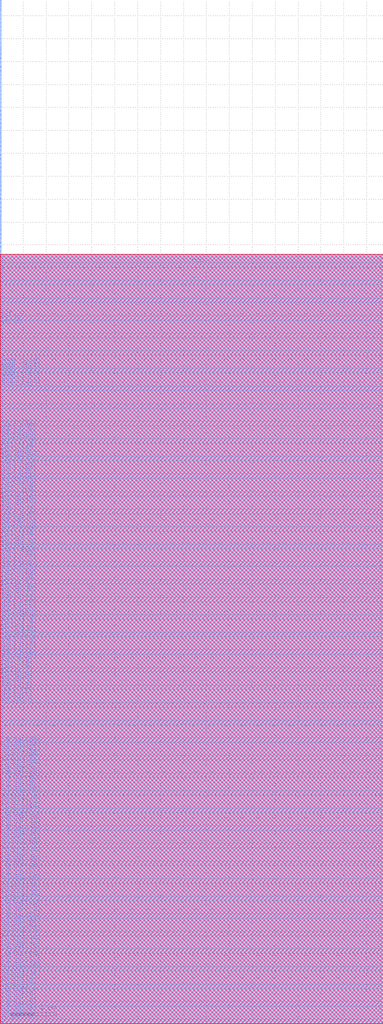
<source format=lef>
VERSION 5.7 ;
BUSBITCHARS "[]" ;
MACRO sram_asap7_64x64_1rw
  FOREIGN sram_asap7_64x64_1rw 0 0 ;
  SYMMETRY X Y R90 ;
  SIZE 8.360 BY 16.800 ;
  CLASS BLOCK ;
  PIN rd_out[0]
    DIRECTION OUTPUT ;
    USE SIGNAL ;
    SHAPE ABUTMENT ;
    PORT
      LAYER M4 ;
      RECT 0.000 0.048 0.024 0.072 ;
    END
  END rd_out[0]
  PIN rd_out[1]
    DIRECTION OUTPUT ;
    USE SIGNAL ;
    SHAPE ABUTMENT ;
    PORT
      LAYER M4 ;
      RECT 0.000 0.144 0.024 0.168 ;
    END
  END rd_out[1]
  PIN rd_out[2]
    DIRECTION OUTPUT ;
    USE SIGNAL ;
    SHAPE ABUTMENT ;
    PORT
      LAYER M4 ;
      RECT 0.000 0.240 0.024 0.264 ;
    END
  END rd_out[2]
  PIN rd_out[3]
    DIRECTION OUTPUT ;
    USE SIGNAL ;
    SHAPE ABUTMENT ;
    PORT
      LAYER M4 ;
      RECT 0.000 0.336 0.024 0.360 ;
    END
  END rd_out[3]
  PIN rd_out[4]
    DIRECTION OUTPUT ;
    USE SIGNAL ;
    SHAPE ABUTMENT ;
    PORT
      LAYER M4 ;
      RECT 0.000 0.432 0.024 0.456 ;
    END
  END rd_out[4]
  PIN rd_out[5]
    DIRECTION OUTPUT ;
    USE SIGNAL ;
    SHAPE ABUTMENT ;
    PORT
      LAYER M4 ;
      RECT 0.000 0.528 0.024 0.552 ;
    END
  END rd_out[5]
  PIN rd_out[6]
    DIRECTION OUTPUT ;
    USE SIGNAL ;
    SHAPE ABUTMENT ;
    PORT
      LAYER M4 ;
      RECT 0.000 0.624 0.024 0.648 ;
    END
  END rd_out[6]
  PIN rd_out[7]
    DIRECTION OUTPUT ;
    USE SIGNAL ;
    SHAPE ABUTMENT ;
    PORT
      LAYER M4 ;
      RECT 0.000 0.720 0.024 0.744 ;
    END
  END rd_out[7]
  PIN rd_out[8]
    DIRECTION OUTPUT ;
    USE SIGNAL ;
    SHAPE ABUTMENT ;
    PORT
      LAYER M4 ;
      RECT 0.000 0.816 0.024 0.840 ;
    END
  END rd_out[8]
  PIN rd_out[9]
    DIRECTION OUTPUT ;
    USE SIGNAL ;
    SHAPE ABUTMENT ;
    PORT
      LAYER M4 ;
      RECT 0.000 0.912 0.024 0.936 ;
    END
  END rd_out[9]
  PIN rd_out[10]
    DIRECTION OUTPUT ;
    USE SIGNAL ;
    SHAPE ABUTMENT ;
    PORT
      LAYER M4 ;
      RECT 0.000 1.008 0.024 1.032 ;
    END
  END rd_out[10]
  PIN rd_out[11]
    DIRECTION OUTPUT ;
    USE SIGNAL ;
    SHAPE ABUTMENT ;
    PORT
      LAYER M4 ;
      RECT 0.000 1.104 0.024 1.128 ;
    END
  END rd_out[11]
  PIN rd_out[12]
    DIRECTION OUTPUT ;
    USE SIGNAL ;
    SHAPE ABUTMENT ;
    PORT
      LAYER M4 ;
      RECT 0.000 1.200 0.024 1.224 ;
    END
  END rd_out[12]
  PIN rd_out[13]
    DIRECTION OUTPUT ;
    USE SIGNAL ;
    SHAPE ABUTMENT ;
    PORT
      LAYER M4 ;
      RECT 0.000 1.296 0.024 1.320 ;
    END
  END rd_out[13]
  PIN rd_out[14]
    DIRECTION OUTPUT ;
    USE SIGNAL ;
    SHAPE ABUTMENT ;
    PORT
      LAYER M4 ;
      RECT 0.000 1.392 0.024 1.416 ;
    END
  END rd_out[14]
  PIN rd_out[15]
    DIRECTION OUTPUT ;
    USE SIGNAL ;
    SHAPE ABUTMENT ;
    PORT
      LAYER M4 ;
      RECT 0.000 1.488 0.024 1.512 ;
    END
  END rd_out[15]
  PIN rd_out[16]
    DIRECTION OUTPUT ;
    USE SIGNAL ;
    SHAPE ABUTMENT ;
    PORT
      LAYER M4 ;
      RECT 0.000 1.584 0.024 1.608 ;
    END
  END rd_out[16]
  PIN rd_out[17]
    DIRECTION OUTPUT ;
    USE SIGNAL ;
    SHAPE ABUTMENT ;
    PORT
      LAYER M4 ;
      RECT 0.000 1.680 0.024 1.704 ;
    END
  END rd_out[17]
  PIN rd_out[18]
    DIRECTION OUTPUT ;
    USE SIGNAL ;
    SHAPE ABUTMENT ;
    PORT
      LAYER M4 ;
      RECT 0.000 1.776 0.024 1.800 ;
    END
  END rd_out[18]
  PIN rd_out[19]
    DIRECTION OUTPUT ;
    USE SIGNAL ;
    SHAPE ABUTMENT ;
    PORT
      LAYER M4 ;
      RECT 0.000 1.872 0.024 1.896 ;
    END
  END rd_out[19]
  PIN rd_out[20]
    DIRECTION OUTPUT ;
    USE SIGNAL ;
    SHAPE ABUTMENT ;
    PORT
      LAYER M4 ;
      RECT 0.000 1.968 0.024 1.992 ;
    END
  END rd_out[20]
  PIN rd_out[21]
    DIRECTION OUTPUT ;
    USE SIGNAL ;
    SHAPE ABUTMENT ;
    PORT
      LAYER M4 ;
      RECT 0.000 2.064 0.024 2.088 ;
    END
  END rd_out[21]
  PIN rd_out[22]
    DIRECTION OUTPUT ;
    USE SIGNAL ;
    SHAPE ABUTMENT ;
    PORT
      LAYER M4 ;
      RECT 0.000 2.160 0.024 2.184 ;
    END
  END rd_out[22]
  PIN rd_out[23]
    DIRECTION OUTPUT ;
    USE SIGNAL ;
    SHAPE ABUTMENT ;
    PORT
      LAYER M4 ;
      RECT 0.000 2.256 0.024 2.280 ;
    END
  END rd_out[23]
  PIN rd_out[24]
    DIRECTION OUTPUT ;
    USE SIGNAL ;
    SHAPE ABUTMENT ;
    PORT
      LAYER M4 ;
      RECT 0.000 2.352 0.024 2.376 ;
    END
  END rd_out[24]
  PIN rd_out[25]
    DIRECTION OUTPUT ;
    USE SIGNAL ;
    SHAPE ABUTMENT ;
    PORT
      LAYER M4 ;
      RECT 0.000 2.448 0.024 2.472 ;
    END
  END rd_out[25]
  PIN rd_out[26]
    DIRECTION OUTPUT ;
    USE SIGNAL ;
    SHAPE ABUTMENT ;
    PORT
      LAYER M4 ;
      RECT 0.000 2.544 0.024 2.568 ;
    END
  END rd_out[26]
  PIN rd_out[27]
    DIRECTION OUTPUT ;
    USE SIGNAL ;
    SHAPE ABUTMENT ;
    PORT
      LAYER M4 ;
      RECT 0.000 2.640 0.024 2.664 ;
    END
  END rd_out[27]
  PIN rd_out[28]
    DIRECTION OUTPUT ;
    USE SIGNAL ;
    SHAPE ABUTMENT ;
    PORT
      LAYER M4 ;
      RECT 0.000 2.736 0.024 2.760 ;
    END
  END rd_out[28]
  PIN rd_out[29]
    DIRECTION OUTPUT ;
    USE SIGNAL ;
    SHAPE ABUTMENT ;
    PORT
      LAYER M4 ;
      RECT 0.000 2.832 0.024 2.856 ;
    END
  END rd_out[29]
  PIN rd_out[30]
    DIRECTION OUTPUT ;
    USE SIGNAL ;
    SHAPE ABUTMENT ;
    PORT
      LAYER M4 ;
      RECT 0.000 2.928 0.024 2.952 ;
    END
  END rd_out[30]
  PIN rd_out[31]
    DIRECTION OUTPUT ;
    USE SIGNAL ;
    SHAPE ABUTMENT ;
    PORT
      LAYER M4 ;
      RECT 0.000 3.024 0.024 3.048 ;
    END
  END rd_out[31]
  PIN rd_out[32]
    DIRECTION OUTPUT ;
    USE SIGNAL ;
    SHAPE ABUTMENT ;
    PORT
      LAYER M4 ;
      RECT 0.000 3.120 0.024 3.144 ;
    END
  END rd_out[32]
  PIN rd_out[33]
    DIRECTION OUTPUT ;
    USE SIGNAL ;
    SHAPE ABUTMENT ;
    PORT
      LAYER M4 ;
      RECT 0.000 3.216 0.024 3.240 ;
    END
  END rd_out[33]
  PIN rd_out[34]
    DIRECTION OUTPUT ;
    USE SIGNAL ;
    SHAPE ABUTMENT ;
    PORT
      LAYER M4 ;
      RECT 0.000 3.312 0.024 3.336 ;
    END
  END rd_out[34]
  PIN rd_out[35]
    DIRECTION OUTPUT ;
    USE SIGNAL ;
    SHAPE ABUTMENT ;
    PORT
      LAYER M4 ;
      RECT 0.000 3.408 0.024 3.432 ;
    END
  END rd_out[35]
  PIN rd_out[36]
    DIRECTION OUTPUT ;
    USE SIGNAL ;
    SHAPE ABUTMENT ;
    PORT
      LAYER M4 ;
      RECT 0.000 3.504 0.024 3.528 ;
    END
  END rd_out[36]
  PIN rd_out[37]
    DIRECTION OUTPUT ;
    USE SIGNAL ;
    SHAPE ABUTMENT ;
    PORT
      LAYER M4 ;
      RECT 0.000 3.600 0.024 3.624 ;
    END
  END rd_out[37]
  PIN rd_out[38]
    DIRECTION OUTPUT ;
    USE SIGNAL ;
    SHAPE ABUTMENT ;
    PORT
      LAYER M4 ;
      RECT 0.000 3.696 0.024 3.720 ;
    END
  END rd_out[38]
  PIN rd_out[39]
    DIRECTION OUTPUT ;
    USE SIGNAL ;
    SHAPE ABUTMENT ;
    PORT
      LAYER M4 ;
      RECT 0.000 3.792 0.024 3.816 ;
    END
  END rd_out[39]
  PIN rd_out[40]
    DIRECTION OUTPUT ;
    USE SIGNAL ;
    SHAPE ABUTMENT ;
    PORT
      LAYER M4 ;
      RECT 0.000 3.888 0.024 3.912 ;
    END
  END rd_out[40]
  PIN rd_out[41]
    DIRECTION OUTPUT ;
    USE SIGNAL ;
    SHAPE ABUTMENT ;
    PORT
      LAYER M4 ;
      RECT 0.000 3.984 0.024 4.008 ;
    END
  END rd_out[41]
  PIN rd_out[42]
    DIRECTION OUTPUT ;
    USE SIGNAL ;
    SHAPE ABUTMENT ;
    PORT
      LAYER M4 ;
      RECT 0.000 4.080 0.024 4.104 ;
    END
  END rd_out[42]
  PIN rd_out[43]
    DIRECTION OUTPUT ;
    USE SIGNAL ;
    SHAPE ABUTMENT ;
    PORT
      LAYER M4 ;
      RECT 0.000 4.176 0.024 4.200 ;
    END
  END rd_out[43]
  PIN rd_out[44]
    DIRECTION OUTPUT ;
    USE SIGNAL ;
    SHAPE ABUTMENT ;
    PORT
      LAYER M4 ;
      RECT 0.000 4.272 0.024 4.296 ;
    END
  END rd_out[44]
  PIN rd_out[45]
    DIRECTION OUTPUT ;
    USE SIGNAL ;
    SHAPE ABUTMENT ;
    PORT
      LAYER M4 ;
      RECT 0.000 4.368 0.024 4.392 ;
    END
  END rd_out[45]
  PIN rd_out[46]
    DIRECTION OUTPUT ;
    USE SIGNAL ;
    SHAPE ABUTMENT ;
    PORT
      LAYER M4 ;
      RECT 0.000 4.464 0.024 4.488 ;
    END
  END rd_out[46]
  PIN rd_out[47]
    DIRECTION OUTPUT ;
    USE SIGNAL ;
    SHAPE ABUTMENT ;
    PORT
      LAYER M4 ;
      RECT 0.000 4.560 0.024 4.584 ;
    END
  END rd_out[47]
  PIN rd_out[48]
    DIRECTION OUTPUT ;
    USE SIGNAL ;
    SHAPE ABUTMENT ;
    PORT
      LAYER M4 ;
      RECT 0.000 4.656 0.024 4.680 ;
    END
  END rd_out[48]
  PIN rd_out[49]
    DIRECTION OUTPUT ;
    USE SIGNAL ;
    SHAPE ABUTMENT ;
    PORT
      LAYER M4 ;
      RECT 0.000 4.752 0.024 4.776 ;
    END
  END rd_out[49]
  PIN rd_out[50]
    DIRECTION OUTPUT ;
    USE SIGNAL ;
    SHAPE ABUTMENT ;
    PORT
      LAYER M4 ;
      RECT 0.000 4.848 0.024 4.872 ;
    END
  END rd_out[50]
  PIN rd_out[51]
    DIRECTION OUTPUT ;
    USE SIGNAL ;
    SHAPE ABUTMENT ;
    PORT
      LAYER M4 ;
      RECT 0.000 4.944 0.024 4.968 ;
    END
  END rd_out[51]
  PIN rd_out[52]
    DIRECTION OUTPUT ;
    USE SIGNAL ;
    SHAPE ABUTMENT ;
    PORT
      LAYER M4 ;
      RECT 0.000 5.040 0.024 5.064 ;
    END
  END rd_out[52]
  PIN rd_out[53]
    DIRECTION OUTPUT ;
    USE SIGNAL ;
    SHAPE ABUTMENT ;
    PORT
      LAYER M4 ;
      RECT 0.000 5.136 0.024 5.160 ;
    END
  END rd_out[53]
  PIN rd_out[54]
    DIRECTION OUTPUT ;
    USE SIGNAL ;
    SHAPE ABUTMENT ;
    PORT
      LAYER M4 ;
      RECT 0.000 5.232 0.024 5.256 ;
    END
  END rd_out[54]
  PIN rd_out[55]
    DIRECTION OUTPUT ;
    USE SIGNAL ;
    SHAPE ABUTMENT ;
    PORT
      LAYER M4 ;
      RECT 0.000 5.328 0.024 5.352 ;
    END
  END rd_out[55]
  PIN rd_out[56]
    DIRECTION OUTPUT ;
    USE SIGNAL ;
    SHAPE ABUTMENT ;
    PORT
      LAYER M4 ;
      RECT 0.000 5.424 0.024 5.448 ;
    END
  END rd_out[56]
  PIN rd_out[57]
    DIRECTION OUTPUT ;
    USE SIGNAL ;
    SHAPE ABUTMENT ;
    PORT
      LAYER M4 ;
      RECT 0.000 5.520 0.024 5.544 ;
    END
  END rd_out[57]
  PIN rd_out[58]
    DIRECTION OUTPUT ;
    USE SIGNAL ;
    SHAPE ABUTMENT ;
    PORT
      LAYER M4 ;
      RECT 0.000 5.616 0.024 5.640 ;
    END
  END rd_out[58]
  PIN rd_out[59]
    DIRECTION OUTPUT ;
    USE SIGNAL ;
    SHAPE ABUTMENT ;
    PORT
      LAYER M4 ;
      RECT 0.000 5.712 0.024 5.736 ;
    END
  END rd_out[59]
  PIN rd_out[60]
    DIRECTION OUTPUT ;
    USE SIGNAL ;
    SHAPE ABUTMENT ;
    PORT
      LAYER M4 ;
      RECT 0.000 5.808 0.024 5.832 ;
    END
  END rd_out[60]
  PIN rd_out[61]
    DIRECTION OUTPUT ;
    USE SIGNAL ;
    SHAPE ABUTMENT ;
    PORT
      LAYER M4 ;
      RECT 0.000 5.904 0.024 5.928 ;
    END
  END rd_out[61]
  PIN rd_out[62]
    DIRECTION OUTPUT ;
    USE SIGNAL ;
    SHAPE ABUTMENT ;
    PORT
      LAYER M4 ;
      RECT 0.000 6.000 0.024 6.024 ;
    END
  END rd_out[62]
  PIN rd_out[63]
    DIRECTION OUTPUT ;
    USE SIGNAL ;
    SHAPE ABUTMENT ;
    PORT
      LAYER M4 ;
      RECT 0.000 6.096 0.024 6.120 ;
    END
  END rd_out[63]
  PIN wd_in[0]
    DIRECTION INPUT ;
    USE SIGNAL ;
    SHAPE ABUTMENT ;
    PORT
      LAYER M4 ;
      RECT 0.000 6.960 0.024 6.984 ;
    END
  END wd_in[0]
  PIN wd_in[1]
    DIRECTION INPUT ;
    USE SIGNAL ;
    SHAPE ABUTMENT ;
    PORT
      LAYER M4 ;
      RECT 0.000 7.056 0.024 7.080 ;
    END
  END wd_in[1]
  PIN wd_in[2]
    DIRECTION INPUT ;
    USE SIGNAL ;
    SHAPE ABUTMENT ;
    PORT
      LAYER M4 ;
      RECT 0.000 7.152 0.024 7.176 ;
    END
  END wd_in[2]
  PIN wd_in[3]
    DIRECTION INPUT ;
    USE SIGNAL ;
    SHAPE ABUTMENT ;
    PORT
      LAYER M4 ;
      RECT 0.000 7.248 0.024 7.272 ;
    END
  END wd_in[3]
  PIN wd_in[4]
    DIRECTION INPUT ;
    USE SIGNAL ;
    SHAPE ABUTMENT ;
    PORT
      LAYER M4 ;
      RECT 0.000 7.344 0.024 7.368 ;
    END
  END wd_in[4]
  PIN wd_in[5]
    DIRECTION INPUT ;
    USE SIGNAL ;
    SHAPE ABUTMENT ;
    PORT
      LAYER M4 ;
      RECT 0.000 7.440 0.024 7.464 ;
    END
  END wd_in[5]
  PIN wd_in[6]
    DIRECTION INPUT ;
    USE SIGNAL ;
    SHAPE ABUTMENT ;
    PORT
      LAYER M4 ;
      RECT 0.000 7.536 0.024 7.560 ;
    END
  END wd_in[6]
  PIN wd_in[7]
    DIRECTION INPUT ;
    USE SIGNAL ;
    SHAPE ABUTMENT ;
    PORT
      LAYER M4 ;
      RECT 0.000 7.632 0.024 7.656 ;
    END
  END wd_in[7]
  PIN wd_in[8]
    DIRECTION INPUT ;
    USE SIGNAL ;
    SHAPE ABUTMENT ;
    PORT
      LAYER M4 ;
      RECT 0.000 7.728 0.024 7.752 ;
    END
  END wd_in[8]
  PIN wd_in[9]
    DIRECTION INPUT ;
    USE SIGNAL ;
    SHAPE ABUTMENT ;
    PORT
      LAYER M4 ;
      RECT 0.000 7.824 0.024 7.848 ;
    END
  END wd_in[9]
  PIN wd_in[10]
    DIRECTION INPUT ;
    USE SIGNAL ;
    SHAPE ABUTMENT ;
    PORT
      LAYER M4 ;
      RECT 0.000 7.920 0.024 7.944 ;
    END
  END wd_in[10]
  PIN wd_in[11]
    DIRECTION INPUT ;
    USE SIGNAL ;
    SHAPE ABUTMENT ;
    PORT
      LAYER M4 ;
      RECT 0.000 8.016 0.024 8.040 ;
    END
  END wd_in[11]
  PIN wd_in[12]
    DIRECTION INPUT ;
    USE SIGNAL ;
    SHAPE ABUTMENT ;
    PORT
      LAYER M4 ;
      RECT 0.000 8.112 0.024 8.136 ;
    END
  END wd_in[12]
  PIN wd_in[13]
    DIRECTION INPUT ;
    USE SIGNAL ;
    SHAPE ABUTMENT ;
    PORT
      LAYER M4 ;
      RECT 0.000 8.208 0.024 8.232 ;
    END
  END wd_in[13]
  PIN wd_in[14]
    DIRECTION INPUT ;
    USE SIGNAL ;
    SHAPE ABUTMENT ;
    PORT
      LAYER M4 ;
      RECT 0.000 8.304 0.024 8.328 ;
    END
  END wd_in[14]
  PIN wd_in[15]
    DIRECTION INPUT ;
    USE SIGNAL ;
    SHAPE ABUTMENT ;
    PORT
      LAYER M4 ;
      RECT 0.000 8.400 0.024 8.424 ;
    END
  END wd_in[15]
  PIN wd_in[16]
    DIRECTION INPUT ;
    USE SIGNAL ;
    SHAPE ABUTMENT ;
    PORT
      LAYER M4 ;
      RECT 0.000 8.496 0.024 8.520 ;
    END
  END wd_in[16]
  PIN wd_in[17]
    DIRECTION INPUT ;
    USE SIGNAL ;
    SHAPE ABUTMENT ;
    PORT
      LAYER M4 ;
      RECT 0.000 8.592 0.024 8.616 ;
    END
  END wd_in[17]
  PIN wd_in[18]
    DIRECTION INPUT ;
    USE SIGNAL ;
    SHAPE ABUTMENT ;
    PORT
      LAYER M4 ;
      RECT 0.000 8.688 0.024 8.712 ;
    END
  END wd_in[18]
  PIN wd_in[19]
    DIRECTION INPUT ;
    USE SIGNAL ;
    SHAPE ABUTMENT ;
    PORT
      LAYER M4 ;
      RECT 0.000 8.784 0.024 8.808 ;
    END
  END wd_in[19]
  PIN wd_in[20]
    DIRECTION INPUT ;
    USE SIGNAL ;
    SHAPE ABUTMENT ;
    PORT
      LAYER M4 ;
      RECT 0.000 8.880 0.024 8.904 ;
    END
  END wd_in[20]
  PIN wd_in[21]
    DIRECTION INPUT ;
    USE SIGNAL ;
    SHAPE ABUTMENT ;
    PORT
      LAYER M4 ;
      RECT 0.000 8.976 0.024 9.000 ;
    END
  END wd_in[21]
  PIN wd_in[22]
    DIRECTION INPUT ;
    USE SIGNAL ;
    SHAPE ABUTMENT ;
    PORT
      LAYER M4 ;
      RECT 0.000 9.072 0.024 9.096 ;
    END
  END wd_in[22]
  PIN wd_in[23]
    DIRECTION INPUT ;
    USE SIGNAL ;
    SHAPE ABUTMENT ;
    PORT
      LAYER M4 ;
      RECT 0.000 9.168 0.024 9.192 ;
    END
  END wd_in[23]
  PIN wd_in[24]
    DIRECTION INPUT ;
    USE SIGNAL ;
    SHAPE ABUTMENT ;
    PORT
      LAYER M4 ;
      RECT 0.000 9.264 0.024 9.288 ;
    END
  END wd_in[24]
  PIN wd_in[25]
    DIRECTION INPUT ;
    USE SIGNAL ;
    SHAPE ABUTMENT ;
    PORT
      LAYER M4 ;
      RECT 0.000 9.360 0.024 9.384 ;
    END
  END wd_in[25]
  PIN wd_in[26]
    DIRECTION INPUT ;
    USE SIGNAL ;
    SHAPE ABUTMENT ;
    PORT
      LAYER M4 ;
      RECT 0.000 9.456 0.024 9.480 ;
    END
  END wd_in[26]
  PIN wd_in[27]
    DIRECTION INPUT ;
    USE SIGNAL ;
    SHAPE ABUTMENT ;
    PORT
      LAYER M4 ;
      RECT 0.000 9.552 0.024 9.576 ;
    END
  END wd_in[27]
  PIN wd_in[28]
    DIRECTION INPUT ;
    USE SIGNAL ;
    SHAPE ABUTMENT ;
    PORT
      LAYER M4 ;
      RECT 0.000 9.648 0.024 9.672 ;
    END
  END wd_in[28]
  PIN wd_in[29]
    DIRECTION INPUT ;
    USE SIGNAL ;
    SHAPE ABUTMENT ;
    PORT
      LAYER M4 ;
      RECT 0.000 9.744 0.024 9.768 ;
    END
  END wd_in[29]
  PIN wd_in[30]
    DIRECTION INPUT ;
    USE SIGNAL ;
    SHAPE ABUTMENT ;
    PORT
      LAYER M4 ;
      RECT 0.000 9.840 0.024 9.864 ;
    END
  END wd_in[30]
  PIN wd_in[31]
    DIRECTION INPUT ;
    USE SIGNAL ;
    SHAPE ABUTMENT ;
    PORT
      LAYER M4 ;
      RECT 0.000 9.936 0.024 9.960 ;
    END
  END wd_in[31]
  PIN wd_in[32]
    DIRECTION INPUT ;
    USE SIGNAL ;
    SHAPE ABUTMENT ;
    PORT
      LAYER M4 ;
      RECT 0.000 10.032 0.024 10.056 ;
    END
  END wd_in[32]
  PIN wd_in[33]
    DIRECTION INPUT ;
    USE SIGNAL ;
    SHAPE ABUTMENT ;
    PORT
      LAYER M4 ;
      RECT 0.000 10.128 0.024 10.152 ;
    END
  END wd_in[33]
  PIN wd_in[34]
    DIRECTION INPUT ;
    USE SIGNAL ;
    SHAPE ABUTMENT ;
    PORT
      LAYER M4 ;
      RECT 0.000 10.224 0.024 10.248 ;
    END
  END wd_in[34]
  PIN wd_in[35]
    DIRECTION INPUT ;
    USE SIGNAL ;
    SHAPE ABUTMENT ;
    PORT
      LAYER M4 ;
      RECT 0.000 10.320 0.024 10.344 ;
    END
  END wd_in[35]
  PIN wd_in[36]
    DIRECTION INPUT ;
    USE SIGNAL ;
    SHAPE ABUTMENT ;
    PORT
      LAYER M4 ;
      RECT 0.000 10.416 0.024 10.440 ;
    END
  END wd_in[36]
  PIN wd_in[37]
    DIRECTION INPUT ;
    USE SIGNAL ;
    SHAPE ABUTMENT ;
    PORT
      LAYER M4 ;
      RECT 0.000 10.512 0.024 10.536 ;
    END
  END wd_in[37]
  PIN wd_in[38]
    DIRECTION INPUT ;
    USE SIGNAL ;
    SHAPE ABUTMENT ;
    PORT
      LAYER M4 ;
      RECT 0.000 10.608 0.024 10.632 ;
    END
  END wd_in[38]
  PIN wd_in[39]
    DIRECTION INPUT ;
    USE SIGNAL ;
    SHAPE ABUTMENT ;
    PORT
      LAYER M4 ;
      RECT 0.000 10.704 0.024 10.728 ;
    END
  END wd_in[39]
  PIN wd_in[40]
    DIRECTION INPUT ;
    USE SIGNAL ;
    SHAPE ABUTMENT ;
    PORT
      LAYER M4 ;
      RECT 0.000 10.800 0.024 10.824 ;
    END
  END wd_in[40]
  PIN wd_in[41]
    DIRECTION INPUT ;
    USE SIGNAL ;
    SHAPE ABUTMENT ;
    PORT
      LAYER M4 ;
      RECT 0.000 10.896 0.024 10.920 ;
    END
  END wd_in[41]
  PIN wd_in[42]
    DIRECTION INPUT ;
    USE SIGNAL ;
    SHAPE ABUTMENT ;
    PORT
      LAYER M4 ;
      RECT 0.000 10.992 0.024 11.016 ;
    END
  END wd_in[42]
  PIN wd_in[43]
    DIRECTION INPUT ;
    USE SIGNAL ;
    SHAPE ABUTMENT ;
    PORT
      LAYER M4 ;
      RECT 0.000 11.088 0.024 11.112 ;
    END
  END wd_in[43]
  PIN wd_in[44]
    DIRECTION INPUT ;
    USE SIGNAL ;
    SHAPE ABUTMENT ;
    PORT
      LAYER M4 ;
      RECT 0.000 11.184 0.024 11.208 ;
    END
  END wd_in[44]
  PIN wd_in[45]
    DIRECTION INPUT ;
    USE SIGNAL ;
    SHAPE ABUTMENT ;
    PORT
      LAYER M4 ;
      RECT 0.000 11.280 0.024 11.304 ;
    END
  END wd_in[45]
  PIN wd_in[46]
    DIRECTION INPUT ;
    USE SIGNAL ;
    SHAPE ABUTMENT ;
    PORT
      LAYER M4 ;
      RECT 0.000 11.376 0.024 11.400 ;
    END
  END wd_in[46]
  PIN wd_in[47]
    DIRECTION INPUT ;
    USE SIGNAL ;
    SHAPE ABUTMENT ;
    PORT
      LAYER M4 ;
      RECT 0.000 11.472 0.024 11.496 ;
    END
  END wd_in[47]
  PIN wd_in[48]
    DIRECTION INPUT ;
    USE SIGNAL ;
    SHAPE ABUTMENT ;
    PORT
      LAYER M4 ;
      RECT 0.000 11.568 0.024 11.592 ;
    END
  END wd_in[48]
  PIN wd_in[49]
    DIRECTION INPUT ;
    USE SIGNAL ;
    SHAPE ABUTMENT ;
    PORT
      LAYER M4 ;
      RECT 0.000 11.664 0.024 11.688 ;
    END
  END wd_in[49]
  PIN wd_in[50]
    DIRECTION INPUT ;
    USE SIGNAL ;
    SHAPE ABUTMENT ;
    PORT
      LAYER M4 ;
      RECT 0.000 11.760 0.024 11.784 ;
    END
  END wd_in[50]
  PIN wd_in[51]
    DIRECTION INPUT ;
    USE SIGNAL ;
    SHAPE ABUTMENT ;
    PORT
      LAYER M4 ;
      RECT 0.000 11.856 0.024 11.880 ;
    END
  END wd_in[51]
  PIN wd_in[52]
    DIRECTION INPUT ;
    USE SIGNAL ;
    SHAPE ABUTMENT ;
    PORT
      LAYER M4 ;
      RECT 0.000 11.952 0.024 11.976 ;
    END
  END wd_in[52]
  PIN wd_in[53]
    DIRECTION INPUT ;
    USE SIGNAL ;
    SHAPE ABUTMENT ;
    PORT
      LAYER M4 ;
      RECT 0.000 12.048 0.024 12.072 ;
    END
  END wd_in[53]
  PIN wd_in[54]
    DIRECTION INPUT ;
    USE SIGNAL ;
    SHAPE ABUTMENT ;
    PORT
      LAYER M4 ;
      RECT 0.000 12.144 0.024 12.168 ;
    END
  END wd_in[54]
  PIN wd_in[55]
    DIRECTION INPUT ;
    USE SIGNAL ;
    SHAPE ABUTMENT ;
    PORT
      LAYER M4 ;
      RECT 0.000 12.240 0.024 12.264 ;
    END
  END wd_in[55]
  PIN wd_in[56]
    DIRECTION INPUT ;
    USE SIGNAL ;
    SHAPE ABUTMENT ;
    PORT
      LAYER M4 ;
      RECT 0.000 12.336 0.024 12.360 ;
    END
  END wd_in[56]
  PIN wd_in[57]
    DIRECTION INPUT ;
    USE SIGNAL ;
    SHAPE ABUTMENT ;
    PORT
      LAYER M4 ;
      RECT 0.000 12.432 0.024 12.456 ;
    END
  END wd_in[57]
  PIN wd_in[58]
    DIRECTION INPUT ;
    USE SIGNAL ;
    SHAPE ABUTMENT ;
    PORT
      LAYER M4 ;
      RECT 0.000 12.528 0.024 12.552 ;
    END
  END wd_in[58]
  PIN wd_in[59]
    DIRECTION INPUT ;
    USE SIGNAL ;
    SHAPE ABUTMENT ;
    PORT
      LAYER M4 ;
      RECT 0.000 12.624 0.024 12.648 ;
    END
  END wd_in[59]
  PIN wd_in[60]
    DIRECTION INPUT ;
    USE SIGNAL ;
    SHAPE ABUTMENT ;
    PORT
      LAYER M4 ;
      RECT 0.000 12.720 0.024 12.744 ;
    END
  END wd_in[60]
  PIN wd_in[61]
    DIRECTION INPUT ;
    USE SIGNAL ;
    SHAPE ABUTMENT ;
    PORT
      LAYER M4 ;
      RECT 0.000 12.816 0.024 12.840 ;
    END
  END wd_in[61]
  PIN wd_in[62]
    DIRECTION INPUT ;
    USE SIGNAL ;
    SHAPE ABUTMENT ;
    PORT
      LAYER M4 ;
      RECT 0.000 12.912 0.024 12.936 ;
    END
  END wd_in[62]
  PIN wd_in[63]
    DIRECTION INPUT ;
    USE SIGNAL ;
    SHAPE ABUTMENT ;
    PORT
      LAYER M4 ;
      RECT 0.000 13.008 0.024 13.032 ;
    END
  END wd_in[63]
  PIN addr_in[0]
    DIRECTION INPUT ;
    USE SIGNAL ;
    SHAPE ABUTMENT ;
    PORT
      LAYER M4 ;
      RECT 0.000 13.872 0.024 13.896 ;
    END
  END addr_in[0]
  PIN addr_in[1]
    DIRECTION INPUT ;
    USE SIGNAL ;
    SHAPE ABUTMENT ;
    PORT
      LAYER M4 ;
      RECT 0.000 13.968 0.024 13.992 ;
    END
  END addr_in[1]
  PIN addr_in[2]
    DIRECTION INPUT ;
    USE SIGNAL ;
    SHAPE ABUTMENT ;
    PORT
      LAYER M4 ;
      RECT 0.000 14.064 0.024 14.088 ;
    END
  END addr_in[2]
  PIN addr_in[3]
    DIRECTION INPUT ;
    USE SIGNAL ;
    SHAPE ABUTMENT ;
    PORT
      LAYER M4 ;
      RECT 0.000 14.160 0.024 14.184 ;
    END
  END addr_in[3]
  PIN addr_in[4]
    DIRECTION INPUT ;
    USE SIGNAL ;
    SHAPE ABUTMENT ;
    PORT
      LAYER M4 ;
      RECT 0.000 14.256 0.024 14.280 ;
    END
  END addr_in[4]
  PIN addr_in[5]
    DIRECTION INPUT ;
    USE SIGNAL ;
    SHAPE ABUTMENT ;
    PORT
      LAYER M4 ;
      RECT 0.000 14.352 0.024 14.376 ;
    END
  END addr_in[5]
  PIN we_in
    DIRECTION INPUT ;
    USE SIGNAL ;
    SHAPE ABUTMENT ;
    PORT
      LAYER M4 ;
      RECT 0.000 15.216 0.024 15.240 ;
    END
  END we_in
  PIN ce_in
    DIRECTION INPUT ;
    USE SIGNAL ;
    SHAPE ABUTMENT ;
    PORT
      LAYER M4 ;
      RECT 0.000 15.312 0.024 15.336 ;
    END
  END ce_in
  PIN clk
    DIRECTION INPUT ;
    USE SIGNAL ;
    SHAPE ABUTMENT ;
    PORT
      LAYER M4 ;
      RECT 0.000 15.408 0.024 15.432 ;
    END
  END clk
  PIN VSS
    DIRECTION INOUT ;
    USE GROUND ;
    PORT
      LAYER M4 ;
      RECT 0.048 0.000 8.312 0.096 ;
      RECT 0.048 0.768 8.312 0.864 ;
      RECT 0.048 1.536 8.312 1.632 ;
      RECT 0.048 2.304 8.312 2.400 ;
      RECT 0.048 3.072 8.312 3.168 ;
      RECT 0.048 3.840 8.312 3.936 ;
      RECT 0.048 4.608 8.312 4.704 ;
      RECT 0.048 5.376 8.312 5.472 ;
      RECT 0.048 6.144 8.312 6.240 ;
      RECT 0.048 6.912 8.312 7.008 ;
      RECT 0.048 7.680 8.312 7.776 ;
      RECT 0.048 8.448 8.312 8.544 ;
      RECT 0.048 9.216 8.312 9.312 ;
      RECT 0.048 9.984 8.312 10.080 ;
      RECT 0.048 10.752 8.312 10.848 ;
      RECT 0.048 11.520 8.312 11.616 ;
      RECT 0.048 12.288 8.312 12.384 ;
      RECT 0.048 13.056 8.312 13.152 ;
      RECT 0.048 13.824 8.312 13.920 ;
      RECT 0.048 14.592 8.312 14.688 ;
      RECT 0.048 15.360 8.312 15.456 ;
      RECT 0.048 16.128 8.312 16.224 ;
    END
  END VSS
  PIN VDD
    DIRECTION INOUT ;
    USE POWER ;
    PORT
      LAYER M4 ;
      RECT 0.048 0.384 8.312 0.480 ;
      RECT 0.048 1.152 8.312 1.248 ;
      RECT 0.048 1.920 8.312 2.016 ;
      RECT 0.048 2.688 8.312 2.784 ;
      RECT 0.048 3.456 8.312 3.552 ;
      RECT 0.048 4.224 8.312 4.320 ;
      RECT 0.048 4.992 8.312 5.088 ;
      RECT 0.048 5.760 8.312 5.856 ;
      RECT 0.048 6.528 8.312 6.624 ;
      RECT 0.048 7.296 8.312 7.392 ;
      RECT 0.048 8.064 8.312 8.160 ;
      RECT 0.048 8.832 8.312 8.928 ;
      RECT 0.048 9.600 8.312 9.696 ;
      RECT 0.048 10.368 8.312 10.464 ;
      RECT 0.048 11.136 8.312 11.232 ;
      RECT 0.048 11.904 8.312 12.000 ;
      RECT 0.048 12.672 8.312 12.768 ;
      RECT 0.048 13.440 8.312 13.536 ;
      RECT 0.048 14.208 8.312 14.304 ;
      RECT 0.048 14.976 8.312 15.072 ;
      RECT 0.048 15.744 8.312 15.840 ;
      RECT 0.048 16.512 8.312 16.608 ;
    END
  END VDD
  OBS
    LAYER M1 ;
    RECT 0 0 8.360 16.800 ;
    LAYER M2 ;
    RECT 0 0 8.360 16.800 ;
    LAYER M3 ;
    RECT 0 0 8.360 16.800 ;
    LAYER M4 ;
    RECT 0.024 0 0.048 16.800 ;
    RECT 8.312 0 8.360 16.800 ;
    RECT 0.048 0.000 8.312 0.000 ;
    RECT 0.048 0.096 8.312 0.384 ;
    RECT 0.048 0.480 8.312 0.768 ;
    RECT 0.048 0.864 8.312 1.152 ;
    RECT 0.048 1.248 8.312 1.536 ;
    RECT 0.048 1.632 8.312 1.920 ;
    RECT 0.048 2.016 8.312 2.304 ;
    RECT 0.048 2.400 8.312 2.688 ;
    RECT 0.048 2.784 8.312 3.072 ;
    RECT 0.048 3.168 8.312 3.456 ;
    RECT 0.048 3.552 8.312 3.840 ;
    RECT 0.048 3.936 8.312 4.224 ;
    RECT 0.048 4.320 8.312 4.608 ;
    RECT 0.048 4.704 8.312 4.992 ;
    RECT 0.048 5.088 8.312 5.376 ;
    RECT 0.048 5.472 8.312 5.760 ;
    RECT 0.048 5.856 8.312 6.144 ;
    RECT 0.048 6.240 8.312 6.528 ;
    RECT 0.048 6.624 8.312 6.912 ;
    RECT 0.048 7.008 8.312 7.296 ;
    RECT 0.048 7.392 8.312 7.680 ;
    RECT 0.048 7.776 8.312 8.064 ;
    RECT 0.048 8.160 8.312 8.448 ;
    RECT 0.048 8.544 8.312 8.832 ;
    RECT 0.048 8.928 8.312 9.216 ;
    RECT 0.048 9.312 8.312 9.600 ;
    RECT 0.048 9.696 8.312 9.984 ;
    RECT 0.048 10.080 8.312 10.368 ;
    RECT 0.048 10.464 8.312 10.752 ;
    RECT 0.048 10.848 8.312 11.136 ;
    RECT 0.048 11.232 8.312 11.520 ;
    RECT 0.048 11.616 8.312 11.904 ;
    RECT 0.048 12.000 8.312 12.288 ;
    RECT 0.048 12.384 8.312 12.672 ;
    RECT 0.048 12.768 8.312 13.056 ;
    RECT 0.048 13.152 8.312 13.440 ;
    RECT 0.048 13.536 8.312 13.824 ;
    RECT 0.048 13.920 8.312 14.208 ;
    RECT 0.048 14.304 8.312 14.592 ;
    RECT 0.048 14.688 8.312 14.976 ;
    RECT 0.048 15.072 8.312 15.360 ;
    RECT 0.048 15.456 8.312 15.744 ;
    RECT 0.048 15.840 8.312 16.128 ;
    RECT 0.048 16.224 8.312 16.512 ;
    RECT 0.048 16.608 8.312 16.800 ;
    RECT 0 0.000 0.024 0.048 ;
    RECT 0 0.072 0.024 0.144 ;
    RECT 0 0.168 0.024 0.240 ;
    RECT 0 0.264 0.024 0.336 ;
    RECT 0 0.360 0.024 0.432 ;
    RECT 0 0.456 0.024 0.528 ;
    RECT 0 0.552 0.024 0.624 ;
    RECT 0 0.648 0.024 0.720 ;
    RECT 0 0.744 0.024 0.816 ;
    RECT 0 0.840 0.024 0.912 ;
    RECT 0 0.936 0.024 1.008 ;
    RECT 0 1.032 0.024 1.104 ;
    RECT 0 1.128 0.024 1.200 ;
    RECT 0 1.224 0.024 1.296 ;
    RECT 0 1.320 0.024 1.392 ;
    RECT 0 1.416 0.024 1.488 ;
    RECT 0 1.512 0.024 1.584 ;
    RECT 0 1.608 0.024 1.680 ;
    RECT 0 1.704 0.024 1.776 ;
    RECT 0 1.800 0.024 1.872 ;
    RECT 0 1.896 0.024 1.968 ;
    RECT 0 1.992 0.024 2.064 ;
    RECT 0 2.088 0.024 2.160 ;
    RECT 0 2.184 0.024 2.256 ;
    RECT 0 2.280 0.024 2.352 ;
    RECT 0 2.376 0.024 2.448 ;
    RECT 0 2.472 0.024 2.544 ;
    RECT 0 2.568 0.024 2.640 ;
    RECT 0 2.664 0.024 2.736 ;
    RECT 0 2.760 0.024 2.832 ;
    RECT 0 2.856 0.024 2.928 ;
    RECT 0 2.952 0.024 3.024 ;
    RECT 0 3.048 0.024 3.120 ;
    RECT 0 3.144 0.024 3.216 ;
    RECT 0 3.240 0.024 3.312 ;
    RECT 0 3.336 0.024 3.408 ;
    RECT 0 3.432 0.024 3.504 ;
    RECT 0 3.528 0.024 3.600 ;
    RECT 0 3.624 0.024 3.696 ;
    RECT 0 3.720 0.024 3.792 ;
    RECT 0 3.816 0.024 3.888 ;
    RECT 0 3.912 0.024 3.984 ;
    RECT 0 4.008 0.024 4.080 ;
    RECT 0 4.104 0.024 4.176 ;
    RECT 0 4.200 0.024 4.272 ;
    RECT 0 4.296 0.024 4.368 ;
    RECT 0 4.392 0.024 4.464 ;
    RECT 0 4.488 0.024 4.560 ;
    RECT 0 4.584 0.024 4.656 ;
    RECT 0 4.680 0.024 4.752 ;
    RECT 0 4.776 0.024 4.848 ;
    RECT 0 4.872 0.024 4.944 ;
    RECT 0 4.968 0.024 5.040 ;
    RECT 0 5.064 0.024 5.136 ;
    RECT 0 5.160 0.024 5.232 ;
    RECT 0 5.256 0.024 5.328 ;
    RECT 0 5.352 0.024 5.424 ;
    RECT 0 5.448 0.024 5.520 ;
    RECT 0 5.544 0.024 5.616 ;
    RECT 0 5.640 0.024 5.712 ;
    RECT 0 5.736 0.024 5.808 ;
    RECT 0 5.832 0.024 5.904 ;
    RECT 0 5.928 0.024 6.000 ;
    RECT 0 6.024 0.024 6.096 ;
    RECT 0 6.120 0.024 6.960 ;
    RECT 0 6.984 0.024 7.056 ;
    RECT 0 7.080 0.024 7.152 ;
    RECT 0 7.176 0.024 7.248 ;
    RECT 0 7.272 0.024 7.344 ;
    RECT 0 7.368 0.024 7.440 ;
    RECT 0 7.464 0.024 7.536 ;
    RECT 0 7.560 0.024 7.632 ;
    RECT 0 7.656 0.024 7.728 ;
    RECT 0 7.752 0.024 7.824 ;
    RECT 0 7.848 0.024 7.920 ;
    RECT 0 7.944 0.024 8.016 ;
    RECT 0 8.040 0.024 8.112 ;
    RECT 0 8.136 0.024 8.208 ;
    RECT 0 8.232 0.024 8.304 ;
    RECT 0 8.328 0.024 8.400 ;
    RECT 0 8.424 0.024 8.496 ;
    RECT 0 8.520 0.024 8.592 ;
    RECT 0 8.616 0.024 8.688 ;
    RECT 0 8.712 0.024 8.784 ;
    RECT 0 8.808 0.024 8.880 ;
    RECT 0 8.904 0.024 8.976 ;
    RECT 0 9.000 0.024 9.072 ;
    RECT 0 9.096 0.024 9.168 ;
    RECT 0 9.192 0.024 9.264 ;
    RECT 0 9.288 0.024 9.360 ;
    RECT 0 9.384 0.024 9.456 ;
    RECT 0 9.480 0.024 9.552 ;
    RECT 0 9.576 0.024 9.648 ;
    RECT 0 9.672 0.024 9.744 ;
    RECT 0 9.768 0.024 9.840 ;
    RECT 0 9.864 0.024 9.936 ;
    RECT 0 9.960 0.024 10.032 ;
    RECT 0 10.056 0.024 10.128 ;
    RECT 0 10.152 0.024 10.224 ;
    RECT 0 10.248 0.024 10.320 ;
    RECT 0 10.344 0.024 10.416 ;
    RECT 0 10.440 0.024 10.512 ;
    RECT 0 10.536 0.024 10.608 ;
    RECT 0 10.632 0.024 10.704 ;
    RECT 0 10.728 0.024 10.800 ;
    RECT 0 10.824 0.024 10.896 ;
    RECT 0 10.920 0.024 10.992 ;
    RECT 0 11.016 0.024 11.088 ;
    RECT 0 11.112 0.024 11.184 ;
    RECT 0 11.208 0.024 11.280 ;
    RECT 0 11.304 0.024 11.376 ;
    RECT 0 11.400 0.024 11.472 ;
    RECT 0 11.496 0.024 11.568 ;
    RECT 0 11.592 0.024 11.664 ;
    RECT 0 11.688 0.024 11.760 ;
    RECT 0 11.784 0.024 11.856 ;
    RECT 0 11.880 0.024 11.952 ;
    RECT 0 11.976 0.024 12.048 ;
    RECT 0 12.072 0.024 12.144 ;
    RECT 0 12.168 0.024 12.240 ;
    RECT 0 12.264 0.024 12.336 ;
    RECT 0 12.360 0.024 12.432 ;
    RECT 0 12.456 0.024 12.528 ;
    RECT 0 12.552 0.024 12.624 ;
    RECT 0 12.648 0.024 12.720 ;
    RECT 0 12.744 0.024 12.816 ;
    RECT 0 12.840 0.024 12.912 ;
    RECT 0 12.936 0.024 13.008 ;
    RECT 0 13.032 0.024 13.872 ;
    RECT 0 13.896 0.024 13.968 ;
    RECT 0 13.992 0.024 14.064 ;
    RECT 0 14.088 0.024 14.160 ;
    RECT 0 14.184 0.024 14.256 ;
    RECT 0 14.280 0.024 14.352 ;
    RECT 0 14.376 0.024 14.448 ;
    RECT 0 14.472 0.024 14.544 ;
    RECT 0 14.568 0.024 14.640 ;
    RECT 0 14.664 0.024 14.736 ;
    RECT 0 14.760 0.024 14.832 ;
    RECT 0 14.856 0.024 14.928 ;
    RECT 0 14.952 0.024 15.024 ;
    RECT 0 15.048 0.024 15.120 ;
    RECT 0 15.144 0.024 15.216 ;
    RECT 0 15.240 0.024 15.312 ;
    RECT 0 15.336 0.024 15.408 ;
    RECT 0 15.432 0.024 15.504 ;
    RECT 0 15.528 0.024 15.600 ;
    RECT 0 15.624 0.024 15.696 ;
    RECT 0 15.720 0.024 15.792 ;
    RECT 0 15.816 0.024 15.888 ;
    RECT 0 15.912 0.024 15.984 ;
    RECT 0 16.008 0.024 16.080 ;
    RECT 0 16.104 0.024 16.176 ;
    RECT 0 16.200 0.024 16.272 ;
    RECT 0 16.296 0.024 16.368 ;
    RECT 0 16.392 0.024 16.464 ;
    RECT 0 16.488 0.024 16.560 ;
    RECT 0 16.584 0.024 16.656 ;
    RECT 0 16.680 0.024 16.752 ;
    RECT 0 16.776 0.024 16.848 ;
    RECT 0 16.872 0.024 16.944 ;
    RECT 0 16.968 0.024 17.040 ;
    RECT 0 17.064 0.024 17.136 ;
    RECT 0 17.160 0.024 17.232 ;
    RECT 0 17.256 0.024 17.328 ;
    RECT 0 17.352 0.024 17.424 ;
    RECT 0 17.448 0.024 17.520 ;
    RECT 0 17.544 0.024 17.616 ;
    RECT 0 17.640 0.024 17.712 ;
    RECT 0 17.736 0.024 17.808 ;
    RECT 0 17.832 0.024 17.904 ;
    RECT 0 17.928 0.024 18.000 ;
    RECT 0 18.024 0.024 18.096 ;
    RECT 0 18.120 0.024 18.192 ;
    RECT 0 18.216 0.024 18.288 ;
    RECT 0 18.312 0.024 18.384 ;
    RECT 0 18.408 0.024 18.480 ;
    RECT 0 18.504 0.024 18.576 ;
    RECT 0 18.600 0.024 18.672 ;
    RECT 0 18.696 0.024 18.768 ;
    RECT 0 18.792 0.024 18.864 ;
    RECT 0 18.888 0.024 18.960 ;
    RECT 0 18.984 0.024 19.056 ;
    RECT 0 19.080 0.024 19.152 ;
    RECT 0 19.176 0.024 19.248 ;
    RECT 0 19.272 0.024 19.344 ;
    RECT 0 19.368 0.024 19.440 ;
    RECT 0 19.464 0.024 19.536 ;
    RECT 0 19.560 0.024 19.632 ;
    RECT 0 19.656 0.024 19.728 ;
    RECT 0 19.752 0.024 19.824 ;
    RECT 0 19.848 0.024 19.920 ;
    RECT 0 19.944 0.024 20.784 ;
    RECT 0 20.808 0.024 20.880 ;
    RECT 0 20.904 0.024 20.976 ;
    RECT 0 21.000 0.024 21.072 ;
    RECT 0 21.096 0.024 21.168 ;
    RECT 0 21.192 0.024 21.264 ;
    RECT 0 21.288 0.024 22.128 ;
    RECT 0 22.152 0.024 22.224 ;
    RECT 0 22.248 0.024 22.320 ;
    RECT 0 22.344 0.024 16.800 ;
    LAYER OVERLAP ;
    RECT 0 0 8.360 16.800 ;
  END
END sram_asap7_64x64_1rw

END LIBRARY

</source>
